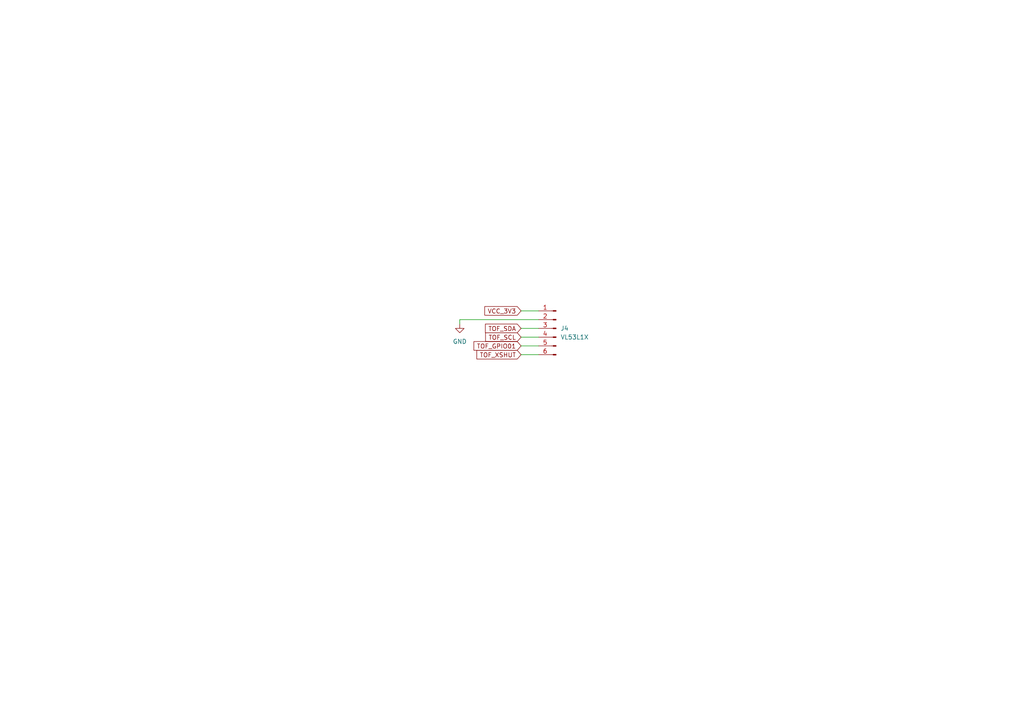
<source format=kicad_sch>
(kicad_sch (version 20231120) (generator "eeschema") (generator_version "8.0")
  (paper "A4")
  (lib_symbols
    (symbol "Connector:Conn_01x06_Pin" (pin_names (offset 1.016) hide)
      (property "Reference" "J" (at 0 7.62 0))
      (property "Value" "Conn_01x06_Pin" (at 0 -10.16 0))
      (symbol "Conn_01x06_Pin_1_1"
        (polyline (pts (xy 1.27 -7.62) (xy 0.8636 -7.62)) (stroke (width 0.1524)))
        (polyline (pts (xy 1.27 -5.08) (xy 0.8636 -5.08)) (stroke (width 0.1524)))
        (polyline (pts (xy 1.27 -2.54) (xy 0.8636 -2.54)) (stroke (width 0.1524)))
        (polyline (pts (xy 1.27 0) (xy 0.8636 0)) (stroke (width 0.1524)))
        (polyline (pts (xy 1.27 2.54) (xy 0.8636 2.54)) (stroke (width 0.1524)))
        (polyline (pts (xy 1.27 5.08) (xy 0.8636 5.08)) (stroke (width 0.1524)))
        (rectangle (start 0.8636 -7.493) (end 0 -7.747) (stroke (width 0.1524)) (fill (type outline)))
        (rectangle (start 0.8636 -4.953) (end 0 -5.207) (stroke (width 0.1524)) (fill (type outline)))
        (rectangle (start 0.8636 -2.413) (end 0 -2.667) (stroke (width 0.1524)) (fill (type outline)))
        (rectangle (start 0.8636 0.127) (end 0 -0.127) (stroke (width 0.1524)) (fill (type outline)))
        (rectangle (start 0.8636 2.667) (end 0 2.413) (stroke (width 0.1524)) (fill (type outline)))
        (rectangle (start 0.8636 5.207) (end 0 4.953) (stroke (width 0.1524)) (fill (type outline)))
        (pin passive line (at 5.08 5.08 180) (length 3.81) (name "Pin_1") (number "1"))
        (pin passive line (at 5.08 2.54 180) (length 3.81) (name "Pin_2") (number "2"))
        (pin passive line (at 5.08 0 180) (length 3.81) (name "Pin_3") (number "3"))
        (pin passive line (at 5.08 -2.54 180) (length 3.81) (name "Pin_4") (number "4"))
        (pin passive line (at 5.08 -5.08 180) (length 3.81) (name "Pin_5") (number "5"))
        (pin passive line (at 5.08 -7.62 180) (length 3.81) (name "Pin_6") (number "6"))
      )
    )
    (symbol "power:GND" (power) (pin_numbers hide) (pin_names (offset 0) hide)
      (property "Value" "GND" (at 0 -3.81 0))
      (symbol "GND_0_1"
        (polyline (pts (xy 0 0) (xy 0 -1.27) (xy 1.27 -1.27) (xy 0 -2.54) (xy -1.27 -1.27) (xy 0 -1.27)))
      )
      (symbol "GND_1_1"
        (pin power_in line (at 0 0 270) (length 0) (name "~") (number "1"))
      )
    )
  )
  (wire (pts (xy 151.13 97.79) (xy 156.21 97.79)))
  (wire (pts (xy 133.35 92.71) (xy 133.35 93.98)))
  (wire (pts (xy 151.13 90.17) (xy 156.21 90.17)))
  (wire (pts (xy 151.13 102.87) (xy 156.21 102.87)))
  (wire (pts (xy 151.13 100.33) (xy 156.21 100.33)))
  (wire (pts (xy 151.13 95.25) (xy 156.21 95.25)))
  (wire (pts (xy 156.21 92.71) (xy 133.35 92.71)))
  (global_label "VCC_3V3" (shape input) (at 151.13 90.17 180) (property "Intersheetrefs" "${INTERSHEET_REFS}" (effects (hide yes))))
  (global_label "TOF_SDA" (shape input) (at 151.13 95.25 180) (property "Intersheetrefs" "${INTERSHEET_REFS}" (effects (hide yes))))
  (global_label "TOF_XSHUT" (shape input) (at 151.13 102.87 180) (property "Intersheetrefs" "${INTERSHEET_REFS}" (effects (hide yes))))
  (global_label "TOF_GPIO01" (shape input) (at 151.13 100.33 180) (property "Intersheetrefs" "${INTERSHEET_REFS}" (effects (hide yes))))
  (global_label "TOF_SCL" (shape input) (at 151.13 97.79 180) (property "Intersheetrefs" "${INTERSHEET_REFS}" (effects (hide yes))))
  (symbol (lib_id "Connector:Conn_01x06_Pin") (at 161.29 95.25 0) (mirror y) (unit 1)
    (property "Reference" "J4" (at 162.56 95.2499 0) (effects (justify right)))
    (property "Value" "VL53L1X" (at 162.56 97.7899 0) (effects (justify right)))
    (property "Description" "Generic connector, single row, 01x06, script generated" (effects (hide yes)))
  )
  (symbol (lib_id "power:GND") (at 133.35 93.98 0) (unit 1)
    (property "Reference" "#PWR034" (effects (hide yes)))
    (property "Value" "GND" (at 133.35 99.06 0))
    (property "Description" "Power symbol creates a global label with name \"GND\" , ground" (effects (hide yes)))
  )
)
</source>
